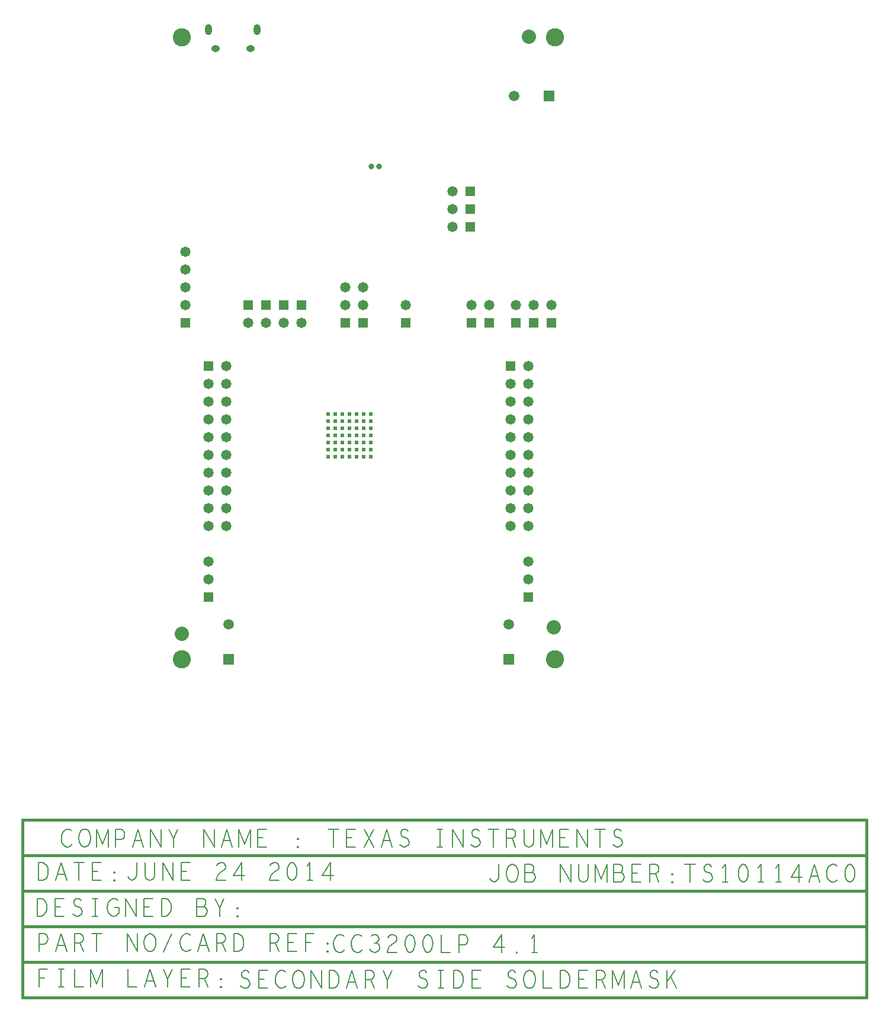
<source format=gbr>
G04 ================== begin FILE IDENTIFICATION RECORD ==================*
G04 Layout Name:  CC3200-LAUNCHXL_BRD_Rev4p1_20140624.brd*
G04 Film Name:    SMB.gbr*
G04 File Format:  Gerber RS274X*
G04 File Origin:  Cadence Allegro 16.6-P004*
G04 Origin Date:  Tue Jun 24 08:36:08 2014*
G04 *
G04 Layer:  VIA CLASS/SOLDERMASK_BOTTOM*
G04 Layer:  PIN/SOLDERMASK_BOTTOM*
G04 Layer:  PACKAGE GEOMETRY/SOLDERMASK_BOTTOM*
G04 Layer:  DRAWING FORMAT/SMB*
G04 Layer:  DRAWING FORMAT/FILM_LABEL_OUTLINE*
G04 Layer:  BOARD GEOMETRY/SOLDERMASK_BOTTOM*
G04 *
G04 Offset:    (0.0000 0.0000)*
G04 Mirror:    No*
G04 Mode:      Positive*
G04 Rotation:  0*
G04 FullContactRelief:  No*
G04 UndefLineWidth:     6.0000*
G04 ================== end FILE IDENTIFICATION RECORD ====================*
%FSLAX25Y25*MOIN*%
%IR0*IPPOS*OFA0.00000B0.00000*MIA0B0*SFA1.00000B1.00000*%
%ADD19C,.032*%
%ADD18C,.024*%
%ADD11C,.08*%
%ADD13C,.058*%
%ADD12R,.058X.058*%
%ADD15C,.059055*%
%ADD14R,.059055X.059055*%
%ADD10C,.102362*%
%ADD17O,.03937X.061024*%
%ADD16O,.049213X.037402*%
%ADD20C,.015*%
%ADD21C,.006*%
G75*
%LPD*%
G75*
G54D10*
X9921Y9921D03*
Y360079D03*
X220079Y9921D03*
Y360079D03*
G54D20*
G01X-77102Y-80133D02*
X395398D01*
Y-180133D01*
X-79602D01*
Y-80133D01*
X-77102D01*
G01X-79602Y-160133D02*
X395398D01*
G01X-79602Y-140133D02*
X395398D01*
G01X-79602Y-120133D02*
X395398D01*
G01X-79602Y-100133D02*
X395398D01*
G54D11*
X10000Y24500D03*
X205500Y360500D03*
X219500Y28000D03*
G54D21*
G01X-70227Y-174333D02*
Y-164333D01*
X-65477D01*
G01X-67227Y-169166D02*
X-70227D01*
G01X-59352Y-164333D02*
X-56352D01*
G01X-57852D02*
Y-174333D01*
G01X-59352D02*
X-56352D01*
G01X-50352Y-164333D02*
Y-174333D01*
X-45352D01*
G01X-41102D02*
Y-164333D01*
X-37852Y-172666D01*
X-34602Y-164333D01*
Y-174333D01*
G01X-20352Y-164333D02*
Y-174333D01*
X-15352D01*
G01X-10977D02*
X-7852Y-164333D01*
X-4727Y-174333D01*
G01X-5852Y-170833D02*
X-9852D01*
G01X2148Y-174333D02*
Y-169833D01*
X-352Y-164333D01*
G01X4648D02*
X2148Y-169833D01*
G01X14648Y-174333D02*
X9648D01*
Y-164333D01*
X14648D01*
G01X12648Y-169166D02*
X9648D01*
G01X19648Y-174333D02*
Y-164333D01*
X22773D01*
X23773Y-164833D01*
X24398Y-165500D01*
X24648Y-166833D01*
X24398Y-168166D01*
X23648Y-169000D01*
X22773Y-169500D01*
X19648D01*
G01X22773D02*
X24648Y-174333D01*
G01X32148Y-174666D02*
X31898Y-174500D01*
Y-174166D01*
X32148Y-174000D01*
X32398Y-174166D01*
Y-174500D01*
X32148Y-174666D01*
G01Y-170167D02*
X31898Y-170000D01*
Y-169666D01*
X32148Y-169500D01*
X32398Y-169666D01*
Y-170000D01*
X32148Y-170167D01*
G01X-70352Y-154333D02*
Y-144333D01*
X-67352D01*
X-66352Y-144833D01*
X-65602Y-146000D01*
X-65352Y-147333D01*
X-65602Y-148666D01*
X-66227Y-149666D01*
X-67352Y-150167D01*
X-70352D01*
G01X-60977Y-154333D02*
X-57852Y-144333D01*
X-54727Y-154333D01*
G01X-55852Y-150833D02*
X-59852D01*
G01X-50352Y-154333D02*
Y-144333D01*
X-47227D01*
X-46227Y-144833D01*
X-45602Y-145500D01*
X-45352Y-146833D01*
X-45602Y-148166D01*
X-46352Y-149000D01*
X-47227Y-149500D01*
X-50352D01*
G01X-47227D02*
X-45352Y-154333D01*
G01X-37852Y-144333D02*
Y-154333D01*
G01X-40727Y-144333D02*
X-34977D01*
G01X-20727Y-154333D02*
Y-144333D01*
X-14977Y-154333D01*
Y-144333D01*
G01X-7852Y-154333D02*
X-8852Y-154166D01*
X-9727Y-153500D01*
X-10477Y-152500D01*
X-10977Y-151333D01*
X-11227Y-150000D01*
Y-148666D01*
X-10977Y-147333D01*
X-10477Y-146166D01*
X-9727Y-145166D01*
X-8852Y-144500D01*
X-7852Y-144333D01*
X-6852Y-144500D01*
X-5977Y-145166D01*
X-5227Y-146166D01*
X-4727Y-147333D01*
X-4477Y-148666D01*
Y-150000D01*
X-4727Y-151333D01*
X-5227Y-152500D01*
X-5977Y-153500D01*
X-6852Y-154166D01*
X-7852Y-154333D01*
G01X-102Y-154666D02*
X4398Y-144333D01*
G01X14898Y-145166D02*
X14148Y-144666D01*
X13273Y-144333D01*
X12273D01*
X11148Y-144833D01*
X10273Y-145666D01*
X9648Y-146666D01*
X9148Y-148333D01*
X9023Y-149833D01*
X9273Y-151333D01*
X9648Y-152333D01*
X10398Y-153333D01*
X11273Y-154000D01*
X12148Y-154333D01*
X13023D01*
X13898Y-154000D01*
X14648Y-153500D01*
X15273Y-152833D01*
G01X19023Y-154333D02*
X22148Y-144333D01*
X25273Y-154333D01*
G01X24148Y-150833D02*
X20148D01*
G01X29648Y-154333D02*
Y-144333D01*
X32773D01*
X33773Y-144833D01*
X34398Y-145500D01*
X34648Y-146833D01*
X34398Y-148166D01*
X33648Y-149000D01*
X32773Y-149500D01*
X29648D01*
G01X32773D02*
X34648Y-154333D01*
G01X39398D02*
Y-144333D01*
X41898D01*
X42898Y-144833D01*
X43648Y-145500D01*
X44273Y-146500D01*
X44773Y-147667D01*
X44898Y-149333D01*
X44773Y-151000D01*
X44273Y-152166D01*
X43648Y-153167D01*
X42898Y-153833D01*
X41898Y-154333D01*
X39398D01*
G01X59648D02*
Y-144333D01*
X62773D01*
X63773Y-144833D01*
X64398Y-145500D01*
X64648Y-146833D01*
X64398Y-148166D01*
X63648Y-149000D01*
X62773Y-149500D01*
X59648D01*
G01X62773D02*
X64648Y-154333D01*
G01X74648D02*
X69648D01*
Y-144333D01*
X74648D01*
G01X72648Y-149166D02*
X69648D01*
G01X79773Y-154333D02*
Y-144333D01*
X84523D01*
G01X82773Y-149166D02*
X79773D01*
G01X92148Y-154666D02*
X91898Y-154500D01*
Y-154166D01*
X92148Y-154000D01*
X92398Y-154166D01*
Y-154500D01*
X92148Y-154666D01*
G01Y-150167D02*
X91898Y-150000D01*
Y-149666D01*
X92148Y-149500D01*
X92398Y-149666D01*
Y-150000D01*
X92148Y-150167D01*
G01X-71352Y-134463D02*
Y-124463D01*
X-68852D01*
X-67852Y-124963D01*
X-67102Y-125630D01*
X-66477Y-126630D01*
X-65977Y-127797D01*
X-65852Y-129463D01*
X-65977Y-131130D01*
X-66477Y-132296D01*
X-67102Y-133297D01*
X-67852Y-133963D01*
X-68852Y-134463D01*
X-71352D01*
G01X-56102D02*
X-61102D01*
Y-124463D01*
X-56102D01*
G01X-58102Y-129296D02*
X-61102D01*
G01X-51227Y-133130D02*
X-50227Y-133963D01*
X-49102Y-134463D01*
X-48102D01*
X-47102Y-133963D01*
X-46352Y-133130D01*
X-45977Y-131963D01*
X-46227Y-130797D01*
X-46852Y-129796D01*
X-47977Y-129130D01*
X-49477Y-128796D01*
X-50352Y-128130D01*
X-50727Y-126963D01*
X-50477Y-125796D01*
X-49852Y-124963D01*
X-48977Y-124463D01*
X-48102D01*
X-47227Y-124796D01*
X-46477Y-125630D01*
G01X-40102Y-124463D02*
X-37102D01*
G01X-38602D02*
Y-134463D01*
G01X-40102D02*
X-37102D01*
G01X-27852Y-129463D02*
X-25352D01*
Y-132463D01*
X-26102Y-133463D01*
X-26977Y-134130D01*
X-28227Y-134463D01*
X-29477Y-134130D01*
X-30352Y-133463D01*
X-31102Y-132463D01*
X-31602Y-131296D01*
X-31852Y-129963D01*
Y-128796D01*
X-31602Y-127797D01*
X-31102Y-126630D01*
X-30352Y-125630D01*
X-29602Y-124963D01*
X-28602Y-124463D01*
X-27727D01*
X-26727Y-124796D01*
X-25977Y-125463D01*
G01X-21477Y-134463D02*
Y-124463D01*
X-15727Y-134463D01*
Y-124463D01*
G01X-6102Y-134463D02*
X-11102D01*
Y-124463D01*
X-6102D01*
G01X-8102Y-129296D02*
X-11102D01*
G01X-1352Y-134463D02*
Y-124463D01*
X1148D01*
X2148Y-124963D01*
X2898Y-125630D01*
X3523Y-126630D01*
X4023Y-127797D01*
X4148Y-129463D01*
X4023Y-131130D01*
X3523Y-132296D01*
X2898Y-133297D01*
X2148Y-133963D01*
X1148Y-134463D01*
X-1352D01*
G01X22398Y-129130D02*
X22898Y-128630D01*
X23273Y-127797D01*
X23523Y-126630D01*
X23273Y-125630D01*
X22773Y-124963D01*
X21898Y-124463D01*
X18523D01*
Y-134463D01*
X22648D01*
X23523Y-133796D01*
X24023Y-132796D01*
X24273Y-131630D01*
X24023Y-130463D01*
X23273Y-129463D01*
X22398Y-129130D01*
X18523D01*
G01X31398Y-134463D02*
Y-129963D01*
X28898Y-124463D01*
G01X33898D02*
X31398Y-129963D01*
G01X41398Y-134796D02*
X41148Y-134630D01*
Y-134296D01*
X41398Y-134130D01*
X41648Y-134296D01*
Y-134630D01*
X41398Y-134796D01*
G01Y-130297D02*
X41148Y-130130D01*
Y-129796D01*
X41398Y-129630D01*
X41648Y-129796D01*
Y-130130D01*
X41398Y-130297D01*
G01X-70602Y-114333D02*
Y-104333D01*
X-68102D01*
X-67102Y-104833D01*
X-66352Y-105500D01*
X-65727Y-106500D01*
X-65227Y-107667D01*
X-65102Y-109333D01*
X-65227Y-111000D01*
X-65727Y-112166D01*
X-66352Y-113167D01*
X-67102Y-113833D01*
X-68102Y-114333D01*
X-70602D01*
G01X-60977D02*
X-57852Y-104333D01*
X-54727Y-114333D01*
G01X-55852Y-110833D02*
X-59852D01*
G01X-47852Y-104333D02*
Y-114333D01*
G01X-50727Y-104333D02*
X-44977D01*
G01X-35352Y-114333D02*
X-40352D01*
Y-104333D01*
X-35352D01*
G01X-37352Y-109166D02*
X-40352D01*
G01X-27852Y-114666D02*
X-28102Y-114500D01*
Y-114166D01*
X-27852Y-114000D01*
X-27602Y-114166D01*
Y-114500D01*
X-27852Y-114666D01*
G01Y-110167D02*
X-28102Y-110000D01*
Y-109666D01*
X-27852Y-109500D01*
X-27602Y-109666D01*
Y-110000D01*
X-27852Y-110167D01*
G01X-20352Y-112333D02*
X-19727Y-113333D01*
X-18977Y-114000D01*
X-18102Y-114333D01*
X-17102Y-114000D01*
X-16352Y-113333D01*
X-15602Y-112333D01*
X-15352Y-111000D01*
Y-104333D01*
G01X-10602D02*
Y-111500D01*
X-10102Y-113000D01*
X-9102Y-114000D01*
X-7852Y-114333D01*
X-6602Y-114000D01*
X-5602Y-113000D01*
X-5102Y-111500D01*
Y-104333D01*
G01X-727Y-114333D02*
Y-104333D01*
X5023Y-114333D01*
Y-104333D01*
G01X14648Y-114333D02*
X9648D01*
Y-104333D01*
X14648D01*
G01X12648Y-109166D02*
X9648D01*
G01X29773Y-106000D02*
X30523Y-105000D01*
X31398Y-104500D01*
X32398Y-104333D01*
X33648Y-104666D01*
X34523Y-105500D01*
X34773Y-106500D01*
X34648Y-107500D01*
X34148Y-108333D01*
X31648Y-110000D01*
X30523Y-111166D01*
X29773Y-112833D01*
X29523Y-114333D01*
X34773D01*
G01X43648D02*
Y-104333D01*
X39023Y-111500D01*
X45273D01*
G01X59773Y-106000D02*
X60523Y-105000D01*
X61398Y-104500D01*
X62398Y-104333D01*
X63648Y-104666D01*
X64523Y-105500D01*
X64773Y-106500D01*
X64648Y-107500D01*
X64148Y-108333D01*
X61648Y-110000D01*
X60523Y-111166D01*
X59773Y-112833D01*
X59523Y-114333D01*
X64773D01*
G01X72148Y-104333D02*
X71148Y-104666D01*
X70398Y-105500D01*
X69898Y-106500D01*
X69523Y-107833D01*
X69398Y-109333D01*
X69523Y-110833D01*
X69898Y-112166D01*
X70398Y-113167D01*
X71148Y-114000D01*
X72148Y-114333D01*
X73148Y-114000D01*
X73898Y-113167D01*
X74398Y-112166D01*
X74773Y-110833D01*
X74898Y-109333D01*
X74773Y-107833D01*
X74398Y-106500D01*
X73898Y-105500D01*
X73148Y-104666D01*
X72148Y-104333D01*
G01X82148Y-114333D02*
Y-104333D01*
X80648Y-106333D01*
G01Y-114333D02*
X83648D01*
G01X93648D02*
Y-104333D01*
X89023Y-111500D01*
X95273D01*
G01X-51852Y-86296D02*
X-52602Y-85796D01*
X-53477Y-85463D01*
X-54477D01*
X-55602Y-85963D01*
X-56477Y-86796D01*
X-57102Y-87796D01*
X-57602Y-89463D01*
X-57727Y-90963D01*
X-57477Y-92463D01*
X-57102Y-93463D01*
X-56352Y-94463D01*
X-55477Y-95130D01*
X-54602Y-95463D01*
X-53727D01*
X-52852Y-95130D01*
X-52102Y-94630D01*
X-51477Y-93963D01*
G01X-44602Y-95463D02*
X-45602Y-95296D01*
X-46477Y-94630D01*
X-47227Y-93630D01*
X-47727Y-92463D01*
X-47977Y-91130D01*
Y-89796D01*
X-47727Y-88463D01*
X-47227Y-87296D01*
X-46477Y-86296D01*
X-45602Y-85630D01*
X-44602Y-85463D01*
X-43602Y-85630D01*
X-42727Y-86296D01*
X-41977Y-87296D01*
X-41477Y-88463D01*
X-41227Y-89796D01*
Y-91130D01*
X-41477Y-92463D01*
X-41977Y-93630D01*
X-42727Y-94630D01*
X-43602Y-95296D01*
X-44602Y-95463D01*
G01X-37852D02*
Y-85463D01*
X-34602Y-93796D01*
X-31352Y-85463D01*
Y-95463D01*
G01X-27102D02*
Y-85463D01*
X-24102D01*
X-23102Y-85963D01*
X-22352Y-87130D01*
X-22102Y-88463D01*
X-22352Y-89796D01*
X-22977Y-90796D01*
X-24102Y-91297D01*
X-27102D01*
G01X-17727Y-95463D02*
X-14602Y-85463D01*
X-11477Y-95463D01*
G01X-12602Y-91963D02*
X-16602D01*
G01X-7477Y-95463D02*
Y-85463D01*
X-1727Y-95463D01*
Y-85463D01*
G01X5398Y-95463D02*
Y-90963D01*
X2898Y-85463D01*
G01X7898D02*
X5398Y-90963D01*
G01X22523Y-95463D02*
Y-85463D01*
X28273Y-95463D01*
Y-85463D01*
G01X32273Y-95463D02*
X35398Y-85463D01*
X38523Y-95463D01*
G01X37398Y-91963D02*
X33398D01*
G01X42148Y-95463D02*
Y-85463D01*
X45398Y-93796D01*
X48648Y-85463D01*
Y-95463D01*
G01X57898D02*
X52898D01*
Y-85463D01*
X57898D01*
G01X55898Y-90296D02*
X52898D01*
G01X75398Y-95796D02*
X75148Y-95630D01*
Y-95296D01*
X75398Y-95130D01*
X75648Y-95296D01*
Y-95630D01*
X75398Y-95796D01*
G01Y-91297D02*
X75148Y-91130D01*
Y-90796D01*
X75398Y-90630D01*
X75648Y-90796D01*
Y-91130D01*
X75398Y-91297D01*
G01X95398Y-85463D02*
Y-95463D01*
G01X92523Y-85463D02*
X98273D01*
G01X107898Y-95463D02*
X102898D01*
Y-85463D01*
X107898D01*
G01X105898Y-90296D02*
X102898D01*
G01X112773Y-95463D02*
X118023Y-85463D01*
G01X112773D02*
X118023Y-95463D01*
G01X122273D02*
X125398Y-85463D01*
X128523Y-95463D01*
G01X127398Y-91963D02*
X123398D01*
G01X132773Y-94130D02*
X133773Y-94963D01*
X134898Y-95463D01*
X135898D01*
X136898Y-94963D01*
X137648Y-94130D01*
X138023Y-92963D01*
X137773Y-91797D01*
X137148Y-90796D01*
X136023Y-90130D01*
X134523Y-89796D01*
X133648Y-89130D01*
X133273Y-87963D01*
X133523Y-86796D01*
X134148Y-85963D01*
X135023Y-85463D01*
X135898D01*
X136773Y-85796D01*
X137523Y-86630D01*
G01X153898Y-85463D02*
X156898D01*
G01X155398D02*
Y-95463D01*
G01X153898D02*
X156898D01*
G01X162523D02*
Y-85463D01*
X168273Y-95463D01*
Y-85463D01*
G01X172773Y-94130D02*
X173773Y-94963D01*
X174898Y-95463D01*
X175898D01*
X176898Y-94963D01*
X177648Y-94130D01*
X178023Y-92963D01*
X177773Y-91797D01*
X177148Y-90796D01*
X176023Y-90130D01*
X174523Y-89796D01*
X173648Y-89130D01*
X173273Y-87963D01*
X173523Y-86796D01*
X174148Y-85963D01*
X175023Y-85463D01*
X175898D01*
X176773Y-85796D01*
X177523Y-86630D01*
G01X185398Y-85463D02*
Y-95463D01*
G01X182523Y-85463D02*
X188273D01*
G01X192898Y-95463D02*
Y-85463D01*
X196023D01*
X197023Y-85963D01*
X197648Y-86630D01*
X197898Y-87963D01*
X197648Y-89296D01*
X196898Y-90130D01*
X196023Y-90630D01*
X192898D01*
G01X196023D02*
X197898Y-95463D01*
G01X202648Y-85463D02*
Y-92630D01*
X203148Y-94130D01*
X204148Y-95130D01*
X205398Y-95463D01*
X206648Y-95130D01*
X207648Y-94130D01*
X208148Y-92630D01*
Y-85463D01*
G01X212148Y-95463D02*
Y-85463D01*
X215398Y-93796D01*
X218648Y-85463D01*
Y-95463D01*
G01X227898D02*
X222898D01*
Y-85463D01*
X227898D01*
G01X225898Y-90296D02*
X222898D01*
G01X232523Y-95463D02*
Y-85463D01*
X238273Y-95463D01*
Y-85463D01*
G01X245398D02*
Y-95463D01*
G01X242523Y-85463D02*
X248273D01*
G01X252773Y-94130D02*
X253773Y-94963D01*
X254898Y-95463D01*
X255898D01*
X256898Y-94963D01*
X257648Y-94130D01*
X258023Y-92963D01*
X257773Y-91797D01*
X257148Y-90796D01*
X256023Y-90130D01*
X254523Y-89796D01*
X253648Y-89130D01*
X253273Y-87963D01*
X253523Y-86796D01*
X254148Y-85963D01*
X255023Y-85463D01*
X255898D01*
X256773Y-85796D01*
X257523Y-86630D01*
G01X43125Y-173667D02*
X44125Y-174500D01*
X45250Y-175000D01*
X46250D01*
X47250Y-174500D01*
X48000Y-173667D01*
X48375Y-172500D01*
X48125Y-171334D01*
X47500Y-170333D01*
X46375Y-169667D01*
X44875Y-169333D01*
X44000Y-168667D01*
X43625Y-167500D01*
X43875Y-166333D01*
X44500Y-165500D01*
X45375Y-165000D01*
X46250D01*
X47125Y-165333D01*
X47875Y-166167D01*
G01X58250Y-175000D02*
X53250D01*
Y-165000D01*
X58250D01*
G01X56250Y-169833D02*
X53250D01*
G01X68500Y-165833D02*
X67750Y-165333D01*
X66875Y-165000D01*
X65875D01*
X64750Y-165500D01*
X63875Y-166333D01*
X63250Y-167333D01*
X62750Y-169000D01*
X62625Y-170500D01*
X62875Y-172000D01*
X63250Y-173000D01*
X64000Y-174000D01*
X64875Y-174667D01*
X65750Y-175000D01*
X66625D01*
X67500Y-174667D01*
X68250Y-174167D01*
X68875Y-173500D01*
G01X75750Y-175000D02*
X74750Y-174833D01*
X73875Y-174167D01*
X73125Y-173167D01*
X72625Y-172000D01*
X72375Y-170667D01*
Y-169333D01*
X72625Y-168000D01*
X73125Y-166833D01*
X73875Y-165833D01*
X74750Y-165167D01*
X75750Y-165000D01*
X76750Y-165167D01*
X77625Y-165833D01*
X78375Y-166833D01*
X78875Y-168000D01*
X79125Y-169333D01*
Y-170667D01*
X78875Y-172000D01*
X78375Y-173167D01*
X77625Y-174167D01*
X76750Y-174833D01*
X75750Y-175000D01*
G01X82875D02*
Y-165000D01*
X88625Y-175000D01*
Y-165000D01*
G01X93000Y-175000D02*
Y-165000D01*
X95500D01*
X96500Y-165500D01*
X97250Y-166167D01*
X97875Y-167167D01*
X98375Y-168334D01*
X98500Y-170000D01*
X98375Y-171667D01*
X97875Y-172833D01*
X97250Y-173834D01*
X96500Y-174500D01*
X95500Y-175000D01*
X93000D01*
G01X102625D02*
X105750Y-165000D01*
X108875Y-175000D01*
G01X107750Y-171500D02*
X103750D01*
G01X113250Y-175000D02*
Y-165000D01*
X116375D01*
X117375Y-165500D01*
X118000Y-166167D01*
X118250Y-167500D01*
X118000Y-168833D01*
X117250Y-169667D01*
X116375Y-170167D01*
X113250D01*
G01X116375D02*
X118250Y-175000D01*
G01X125750D02*
Y-170500D01*
X123250Y-165000D01*
G01X128250D02*
X125750Y-170500D01*
G01X143125Y-173667D02*
X144125Y-174500D01*
X145250Y-175000D01*
X146250D01*
X147250Y-174500D01*
X148000Y-173667D01*
X148375Y-172500D01*
X148125Y-171334D01*
X147500Y-170333D01*
X146375Y-169667D01*
X144875Y-169333D01*
X144000Y-168667D01*
X143625Y-167500D01*
X143875Y-166333D01*
X144500Y-165500D01*
X145375Y-165000D01*
X146250D01*
X147125Y-165333D01*
X147875Y-166167D01*
G01X154250Y-165000D02*
X157250D01*
G01X155750D02*
Y-175000D01*
G01X154250D02*
X157250D01*
G01X163000D02*
Y-165000D01*
X165500D01*
X166500Y-165500D01*
X167250Y-166167D01*
X167875Y-167167D01*
X168375Y-168334D01*
X168500Y-170000D01*
X168375Y-171667D01*
X167875Y-172833D01*
X167250Y-173834D01*
X166500Y-174500D01*
X165500Y-175000D01*
X163000D01*
G01X178250D02*
X173250D01*
Y-165000D01*
X178250D01*
G01X176250Y-169833D02*
X173250D01*
G01X193125Y-173667D02*
X194125Y-174500D01*
X195250Y-175000D01*
X196250D01*
X197250Y-174500D01*
X198000Y-173667D01*
X198375Y-172500D01*
X198125Y-171334D01*
X197500Y-170333D01*
X196375Y-169667D01*
X194875Y-169333D01*
X194000Y-168667D01*
X193625Y-167500D01*
X193875Y-166333D01*
X194500Y-165500D01*
X195375Y-165000D01*
X196250D01*
X197125Y-165333D01*
X197875Y-166167D01*
G01X205750Y-175000D02*
X204750Y-174833D01*
X203875Y-174167D01*
X203125Y-173167D01*
X202625Y-172000D01*
X202375Y-170667D01*
Y-169333D01*
X202625Y-168000D01*
X203125Y-166833D01*
X203875Y-165833D01*
X204750Y-165167D01*
X205750Y-165000D01*
X206750Y-165167D01*
X207625Y-165833D01*
X208375Y-166833D01*
X208875Y-168000D01*
X209125Y-169333D01*
Y-170667D01*
X208875Y-172000D01*
X208375Y-173167D01*
X207625Y-174167D01*
X206750Y-174833D01*
X205750Y-175000D01*
G01X213250Y-165000D02*
Y-175000D01*
X218250D01*
G01X223000D02*
Y-165000D01*
X225500D01*
X226500Y-165500D01*
X227250Y-166167D01*
X227875Y-167167D01*
X228375Y-168334D01*
X228500Y-170000D01*
X228375Y-171667D01*
X227875Y-172833D01*
X227250Y-173834D01*
X226500Y-174500D01*
X225500Y-175000D01*
X223000D01*
G01X238250D02*
X233250D01*
Y-165000D01*
X238250D01*
G01X236250Y-169833D02*
X233250D01*
G01X243250Y-175000D02*
Y-165000D01*
X246375D01*
X247375Y-165500D01*
X248000Y-166167D01*
X248250Y-167500D01*
X248000Y-168833D01*
X247250Y-169667D01*
X246375Y-170167D01*
X243250D01*
G01X246375D02*
X248250Y-175000D01*
G01X252500D02*
Y-165000D01*
X255750Y-173333D01*
X259000Y-165000D01*
Y-175000D01*
G01X262625D02*
X265750Y-165000D01*
X268875Y-175000D01*
G01X267750Y-171500D02*
X263750D01*
G01X273125Y-173667D02*
X274125Y-174500D01*
X275250Y-175000D01*
X276250D01*
X277250Y-174500D01*
X278000Y-173667D01*
X278375Y-172500D01*
X278125Y-171334D01*
X277500Y-170333D01*
X276375Y-169667D01*
X274875Y-169333D01*
X274000Y-168667D01*
X273625Y-167500D01*
X273875Y-166333D01*
X274500Y-165500D01*
X275375Y-165000D01*
X276250D01*
X277125Y-165333D01*
X277875Y-166167D01*
G01X283000Y-175000D02*
Y-165000D01*
G01X287750D02*
X283000Y-171167D01*
G01X288500Y-175000D02*
X285125Y-168334D01*
G01X101250Y-145667D02*
X100500Y-145167D01*
X99625Y-144833D01*
X98625D01*
X97500Y-145334D01*
X96625Y-146167D01*
X96000Y-147167D01*
X95500Y-148833D01*
X95375Y-150333D01*
X95625Y-151833D01*
X96000Y-152833D01*
X96750Y-153834D01*
X97625Y-154500D01*
X98500Y-154833D01*
X99375D01*
X100250Y-154500D01*
X101000Y-154000D01*
X101625Y-153334D01*
G01X111250Y-145667D02*
X110500Y-145167D01*
X109625Y-144833D01*
X108625D01*
X107500Y-145334D01*
X106625Y-146167D01*
X106000Y-147167D01*
X105500Y-148833D01*
X105375Y-150333D01*
X105625Y-151833D01*
X106000Y-152833D01*
X106750Y-153834D01*
X107625Y-154500D01*
X108500Y-154833D01*
X109375D01*
X110250Y-154500D01*
X111000Y-154000D01*
X111625Y-153334D01*
G01X115750Y-152833D02*
X116500Y-154000D01*
X117500Y-154667D01*
X118625Y-154833D01*
X119625Y-154667D01*
X120625Y-153834D01*
X121250Y-152833D01*
X121375Y-151833D01*
X121125Y-150667D01*
X120250Y-149833D01*
X119375Y-149500D01*
X118250D01*
G01X119375D02*
X120125Y-149000D01*
X120750Y-148167D01*
X121000Y-147167D01*
X120750Y-146167D01*
X120125Y-145334D01*
X119000Y-144833D01*
X117875Y-145000D01*
X116750Y-145667D01*
G01X126125Y-146500D02*
X126875Y-145500D01*
X127750Y-145000D01*
X128750Y-144833D01*
X130000Y-145167D01*
X130875Y-146000D01*
X131125Y-147000D01*
X131000Y-148000D01*
X130500Y-148833D01*
X128000Y-150500D01*
X126875Y-151667D01*
X126125Y-153334D01*
X125875Y-154833D01*
X131125D01*
G01X138500Y-144833D02*
X137500Y-145167D01*
X136750Y-146000D01*
X136250Y-147000D01*
X135875Y-148334D01*
X135750Y-149833D01*
X135875Y-151333D01*
X136250Y-152667D01*
X136750Y-153667D01*
X137500Y-154500D01*
X138500Y-154833D01*
X139500Y-154500D01*
X140250Y-153667D01*
X140750Y-152667D01*
X141125Y-151333D01*
X141250Y-149833D01*
X141125Y-148334D01*
X140750Y-147000D01*
X140250Y-146000D01*
X139500Y-145167D01*
X138500Y-144833D01*
G01X148500D02*
X147500Y-145167D01*
X146750Y-146000D01*
X146250Y-147000D01*
X145875Y-148334D01*
X145750Y-149833D01*
X145875Y-151333D01*
X146250Y-152667D01*
X146750Y-153667D01*
X147500Y-154500D01*
X148500Y-154833D01*
X149500Y-154500D01*
X150250Y-153667D01*
X150750Y-152667D01*
X151125Y-151333D01*
X151250Y-149833D01*
X151125Y-148334D01*
X150750Y-147000D01*
X150250Y-146000D01*
X149500Y-145167D01*
X148500Y-144833D01*
G01X156000D02*
Y-154833D01*
X161000D01*
G01X166000D02*
Y-144833D01*
X169000D01*
X170000Y-145334D01*
X170750Y-146500D01*
X171000Y-147833D01*
X170750Y-149167D01*
X170125Y-150167D01*
X169000Y-150667D01*
X166000D01*
G01X190000Y-154833D02*
Y-144833D01*
X185375Y-152000D01*
X191625D01*
G01X198500Y-155167D02*
X198250Y-155000D01*
Y-154667D01*
X198500Y-154500D01*
X198750Y-154667D01*
Y-155000D01*
X198500Y-155167D01*
G01X208500Y-154833D02*
Y-144833D01*
X207000Y-146833D01*
G01Y-154833D02*
X210000D01*
G01X183550Y-113400D02*
X184175Y-114400D01*
X184925Y-115067D01*
X185800Y-115400D01*
X186800Y-115067D01*
X187550Y-114400D01*
X188300Y-113400D01*
X188550Y-112067D01*
Y-105400D01*
G01X196050Y-115400D02*
X195050Y-115233D01*
X194175Y-114567D01*
X193425Y-113567D01*
X192925Y-112400D01*
X192675Y-111067D01*
Y-109733D01*
X192925Y-108400D01*
X193425Y-107233D01*
X194175Y-106233D01*
X195050Y-105567D01*
X196050Y-105400D01*
X197050Y-105567D01*
X197925Y-106233D01*
X198675Y-107233D01*
X199175Y-108400D01*
X199425Y-109733D01*
Y-111067D01*
X199175Y-112400D01*
X198675Y-113567D01*
X197925Y-114567D01*
X197050Y-115233D01*
X196050Y-115400D01*
G01X207050Y-110067D02*
X207550Y-109567D01*
X207925Y-108734D01*
X208175Y-107567D01*
X207925Y-106567D01*
X207425Y-105900D01*
X206550Y-105400D01*
X203175D01*
Y-115400D01*
X207300D01*
X208175Y-114733D01*
X208675Y-113733D01*
X208925Y-112567D01*
X208675Y-111400D01*
X207925Y-110400D01*
X207050Y-110067D01*
X203175D01*
G01X223175Y-115400D02*
Y-105400D01*
X228925Y-115400D01*
Y-105400D01*
G01X233300D02*
Y-112567D01*
X233800Y-114067D01*
X234800Y-115067D01*
X236050Y-115400D01*
X237300Y-115067D01*
X238300Y-114067D01*
X238800Y-112567D01*
Y-105400D01*
G01X242800Y-115400D02*
Y-105400D01*
X246050Y-113733D01*
X249300Y-105400D01*
Y-115400D01*
G01X257050Y-110067D02*
X257550Y-109567D01*
X257925Y-108734D01*
X258175Y-107567D01*
X257925Y-106567D01*
X257425Y-105900D01*
X256550Y-105400D01*
X253175D01*
Y-115400D01*
X257300D01*
X258175Y-114733D01*
X258675Y-113733D01*
X258925Y-112567D01*
X258675Y-111400D01*
X257925Y-110400D01*
X257050Y-110067D01*
X253175D01*
G01X268550Y-115400D02*
X263550D01*
Y-105400D01*
X268550D01*
G01X266550Y-110233D02*
X263550D01*
G01X273550Y-115400D02*
Y-105400D01*
X276675D01*
X277675Y-105900D01*
X278300Y-106567D01*
X278550Y-107900D01*
X278300Y-109233D01*
X277550Y-110067D01*
X276675Y-110567D01*
X273550D01*
G01X276675D02*
X278550Y-115400D01*
G01X286050Y-115733D02*
X285800Y-115567D01*
Y-115233D01*
X286050Y-115067D01*
X286300Y-115233D01*
Y-115567D01*
X286050Y-115733D01*
G01Y-111234D02*
X285800Y-111067D01*
Y-110733D01*
X286050Y-110567D01*
X286300Y-110733D01*
Y-111067D01*
X286050Y-111234D01*
G01X296050Y-105400D02*
Y-115400D01*
G01X293175Y-105400D02*
X298925D01*
G01X303425Y-114067D02*
X304425Y-114900D01*
X305550Y-115400D01*
X306550D01*
X307550Y-114900D01*
X308300Y-114067D01*
X308675Y-112900D01*
X308425Y-111734D01*
X307800Y-110733D01*
X306675Y-110067D01*
X305175Y-109733D01*
X304300Y-109067D01*
X303925Y-107900D01*
X304175Y-106733D01*
X304800Y-105900D01*
X305675Y-105400D01*
X306550D01*
X307425Y-105733D01*
X308175Y-106567D01*
G01X316050Y-115400D02*
Y-105400D01*
X314550Y-107400D01*
G01Y-115400D02*
X317550D01*
G01X326050Y-105400D02*
X325050Y-105733D01*
X324300Y-106567D01*
X323800Y-107567D01*
X323425Y-108900D01*
X323300Y-110400D01*
X323425Y-111900D01*
X323800Y-113233D01*
X324300Y-114234D01*
X325050Y-115067D01*
X326050Y-115400D01*
X327050Y-115067D01*
X327800Y-114234D01*
X328300Y-113233D01*
X328675Y-111900D01*
X328800Y-110400D01*
X328675Y-108900D01*
X328300Y-107567D01*
X327800Y-106567D01*
X327050Y-105733D01*
X326050Y-105400D01*
G01X336050Y-115400D02*
Y-105400D01*
X334550Y-107400D01*
G01Y-115400D02*
X337550D01*
G01X346050D02*
Y-105400D01*
X344550Y-107400D01*
G01Y-115400D02*
X347550D01*
G01X357550D02*
Y-105400D01*
X352925Y-112567D01*
X359175D01*
G01X362925Y-115400D02*
X366050Y-105400D01*
X369175Y-115400D01*
G01X368050Y-111900D02*
X364050D01*
G01X378800Y-106233D02*
X378050Y-105733D01*
X377175Y-105400D01*
X376175D01*
X375050Y-105900D01*
X374175Y-106733D01*
X373550Y-107733D01*
X373050Y-109400D01*
X372925Y-110900D01*
X373175Y-112400D01*
X373550Y-113400D01*
X374300Y-114400D01*
X375175Y-115067D01*
X376050Y-115400D01*
X376925D01*
X377800Y-115067D01*
X378550Y-114567D01*
X379175Y-113900D01*
G01X386050Y-105400D02*
X385050Y-105733D01*
X384300Y-106567D01*
X383800Y-107567D01*
X383425Y-108900D01*
X383300Y-110400D01*
X383425Y-111900D01*
X383800Y-113233D01*
X384300Y-114234D01*
X385050Y-115067D01*
X386050Y-115400D01*
X387050Y-115067D01*
X387800Y-114234D01*
X388300Y-113233D01*
X388675Y-111900D01*
X388800Y-110400D01*
X388675Y-108900D01*
X388300Y-107567D01*
X387800Y-106567D01*
X387050Y-105733D01*
X386050Y-105400D01*
G54D12*
X12000Y199500D03*
X25000Y45000D03*
Y175000D03*
X57500Y209500D03*
X47500D03*
X67500D03*
X77500D03*
X102000Y199500D03*
X112000D03*
X136000D03*
X173000D03*
X172500Y263500D03*
Y253500D03*
Y273500D03*
X195000Y175000D03*
X198000Y199500D03*
X183000D03*
X205000Y45000D03*
X218000Y199500D03*
X208000D03*
G54D13*
X12000Y209500D03*
Y219500D03*
Y239500D03*
Y229500D03*
X25000Y55000D03*
Y65000D03*
Y85000D03*
X35000D03*
X25000Y95000D03*
X35000D03*
X25000Y105000D03*
X35000D03*
X25000Y115000D03*
X35000D03*
X25000Y125000D03*
X35000D03*
X25000Y135000D03*
X35000D03*
X25000Y145000D03*
X35000D03*
X25000Y155000D03*
X35000D03*
X25000Y165000D03*
X35000D03*
Y175000D03*
X57500Y199500D03*
X47500D03*
X67500D03*
X77500D03*
X102000Y209500D03*
Y219500D03*
X112000Y209500D03*
Y219500D03*
X136000Y209500D03*
X173000D03*
X162500Y263500D03*
Y253500D03*
Y273500D03*
X195000Y85000D03*
Y95000D03*
Y105000D03*
Y115000D03*
Y125000D03*
Y135000D03*
Y145000D03*
Y155000D03*
Y165000D03*
X198000Y209500D03*
X183000D03*
X205000Y55000D03*
Y65000D03*
Y85000D03*
Y95000D03*
Y105000D03*
Y115000D03*
Y125000D03*
Y135000D03*
Y145000D03*
Y155000D03*
Y165000D03*
Y175000D03*
X218000Y209500D03*
X208000D03*
G54D14*
X36500Y10157D03*
X194000D03*
X216843Y327000D03*
G54D15*
X36500Y29843D03*
X194000D03*
X197157Y327000D03*
G54D16*
X28939Y353661D03*
X48624D03*
G54D17*
X25002Y364291D03*
X52561D03*
G54D18*
X96500Y140000D03*
X92500D03*
X96500Y136000D03*
X92500D03*
X96500Y132000D03*
X92500D03*
X96500Y128000D03*
X92500D03*
Y124000D03*
X96500D03*
Y148000D03*
X92500D03*
X96500Y144000D03*
X92500D03*
X116500Y136000D03*
X112500Y140000D03*
X108500D03*
X116500D03*
X112500Y136000D03*
X108500D03*
X112500Y132000D03*
X108500D03*
X116500D03*
X112500Y128000D03*
X108500D03*
X116500D03*
X108500Y124000D03*
X112500D03*
X116500D03*
X104500Y140000D03*
X100500D03*
X104500Y136000D03*
X100500D03*
X104500Y132000D03*
X100500D03*
X104500Y128000D03*
X100500D03*
Y124000D03*
X104500D03*
X112500Y148000D03*
X108500D03*
X116500D03*
X112500Y144000D03*
X108500D03*
X116500D03*
X104500Y148000D03*
X100500D03*
X104500Y144000D03*
X100500D03*
G54D19*
X116835Y287500D03*
X121165D03*
M02*

</source>
